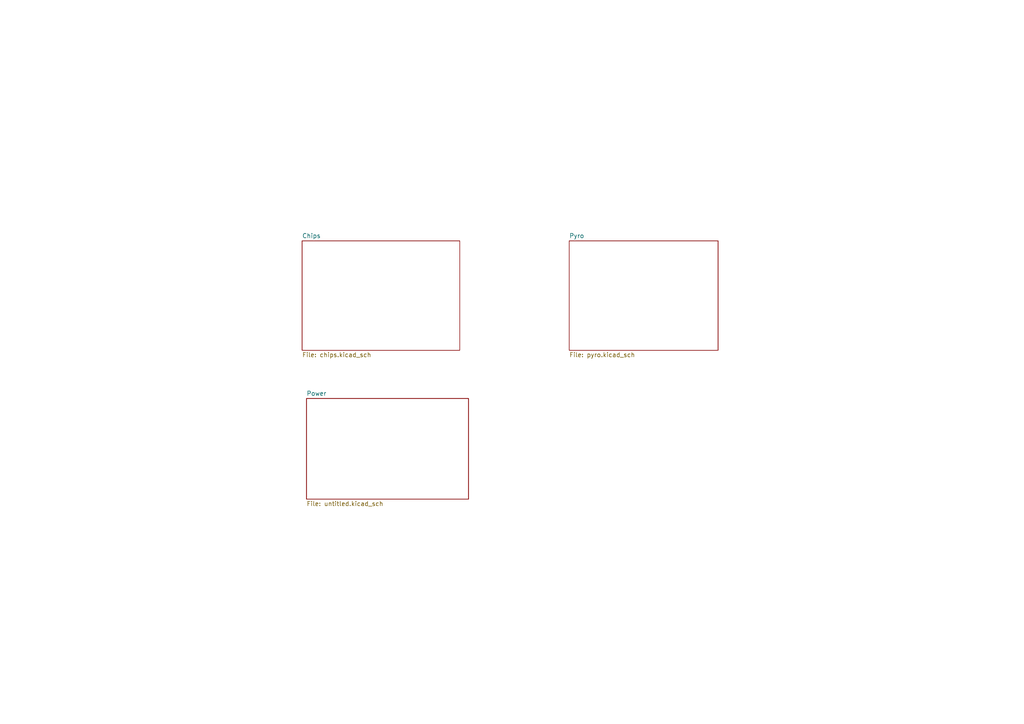
<source format=kicad_sch>
(kicad_sch
	(version 20250114)
	(generator "eeschema")
	(generator_version "9.0")
	(uuid "9c0e1766-b875-44c2-9c31-cf47efaf79e2")
	(paper "A4")
	(lib_symbols)
	(sheet
		(at 88.9 115.57)
		(size 46.99 29.21)
		(exclude_from_sim no)
		(in_bom yes)
		(on_board yes)
		(dnp no)
		(fields_autoplaced yes)
		(stroke
			(width 0.1524)
			(type solid)
		)
		(fill
			(color 0 0 0 0.0000)
		)
		(uuid "8ee732aa-ddca-43c3-a763-50ef98a87685")
		(property "Sheetname" "Power"
			(at 88.9 114.8584 0)
			(effects
				(font
					(size 1.27 1.27)
				)
				(justify left bottom)
			)
		)
		(property "Sheetfile" "untitled.kicad_sch"
			(at 88.9 145.3646 0)
			(effects
				(font
					(size 1.27 1.27)
				)
				(justify left top)
			)
		)
		(instances
			(project "FlightComputer V1"
				(path "/9c0e1766-b875-44c2-9c31-cf47efaf79e2"
					(page "4")
				)
			)
		)
	)
	(sheet
		(at 165.1 69.85)
		(size 43.18 31.75)
		(exclude_from_sim no)
		(in_bom yes)
		(on_board yes)
		(dnp no)
		(fields_autoplaced yes)
		(stroke
			(width 0.1524)
			(type solid)
		)
		(fill
			(color 0 0 0 0.0000)
		)
		(uuid "e268bfa1-0de3-4470-8d3f-bd9471523088")
		(property "Sheetname" "Pyro"
			(at 165.1 69.1384 0)
			(effects
				(font
					(size 1.27 1.27)
				)
				(justify left bottom)
			)
		)
		(property "Sheetfile" "pyro.kicad_sch"
			(at 165.1 102.1846 0)
			(effects
				(font
					(size 1.27 1.27)
				)
				(justify left top)
			)
		)
		(instances
			(project "FlightComputer V1"
				(path "/9c0e1766-b875-44c2-9c31-cf47efaf79e2"
					(page "3")
				)
			)
		)
	)
	(sheet
		(at 87.63 69.85)
		(size 45.72 31.75)
		(exclude_from_sim no)
		(in_bom yes)
		(on_board yes)
		(dnp no)
		(fields_autoplaced yes)
		(stroke
			(width 0.1524)
			(type solid)
		)
		(fill
			(color 0 0 0 0.0000)
		)
		(uuid "e7e9f843-7956-44bc-ae6e-3a3064d985ee")
		(property "Sheetname" "Chips"
			(at 87.63 69.1384 0)
			(effects
				(font
					(size 1.27 1.27)
				)
				(justify left bottom)
			)
		)
		(property "Sheetfile" "chips.kicad_sch"
			(at 87.63 102.1846 0)
			(effects
				(font
					(size 1.27 1.27)
				)
				(justify left top)
			)
		)
		(instances
			(project "FlightComputer V1"
				(path "/9c0e1766-b875-44c2-9c31-cf47efaf79e2"
					(page "2")
				)
			)
		)
	)
	(sheet_instances
		(path "/"
			(page "1")
		)
	)
	(embedded_fonts no)
)

</source>
